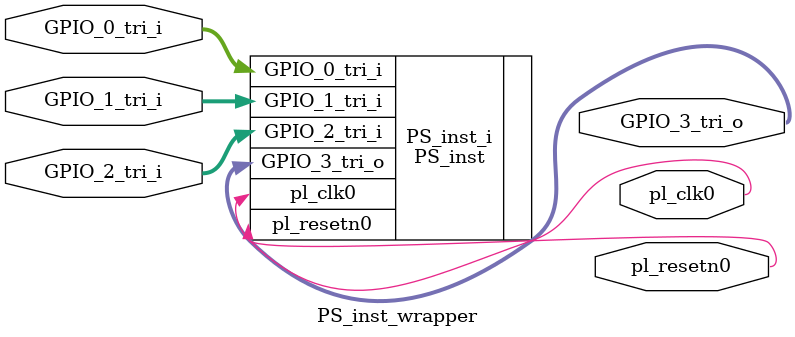
<source format=v>
`timescale 1 ps / 1 ps

module PS_inst_wrapper
   (GPIO_0_tri_i,
    GPIO_1_tri_i,
    GPIO_2_tri_i,
    GPIO_3_tri_o,
    pl_clk0,
    pl_resetn0);
  input [31:0]GPIO_0_tri_i;
  input [31:0]GPIO_1_tri_i;
  input [31:0]GPIO_2_tri_i;
  output [7:0]GPIO_3_tri_o;
  output pl_clk0;
  output pl_resetn0;

  wire [31:0]GPIO_0_tri_i;
  wire [31:0]GPIO_1_tri_i;
  wire [31:0]GPIO_2_tri_i;
  wire [7:0]GPIO_3_tri_o;
  wire pl_clk0;
  wire pl_resetn0;

  PS_inst PS_inst_i
       (.GPIO_0_tri_i(GPIO_0_tri_i),
        .GPIO_1_tri_i(GPIO_1_tri_i),
        .GPIO_2_tri_i(GPIO_2_tri_i),
        .GPIO_3_tri_o(GPIO_3_tri_o),
        .pl_clk0(pl_clk0),
        .pl_resetn0(pl_resetn0));
endmodule

</source>
